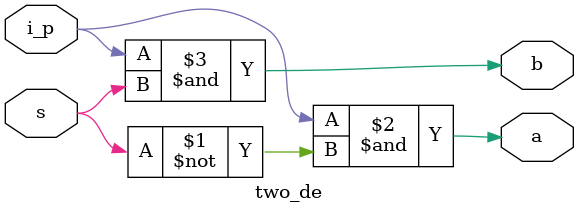
<source format=v>
`timescale 1ns / 1ps
module two_de(i_p,a,b,s);
input i_p,s;
output a,b;
and g1(a,i_p,~s);
and g2(b,i_p,s);
endmodule

</source>
